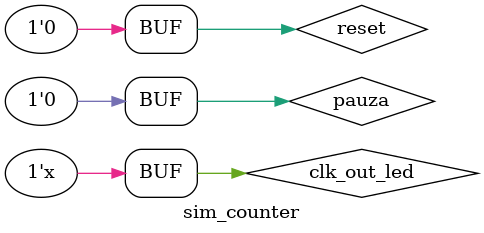
<source format=v>
`timescale 1ns / 1ps


module sim_counter();
    reg clk_out_led, reset, pauza;
    wire [5:0] valoare_bin;
    wire carry_out;
    counter counter1(clk_out_led, pauza, reset, valoare_bin, carry_out);
    initial begin
    clk_out_led = 0; reset = 1; pauza = 0;
    #100 reset = 0;
    end
    always
    #50 clk_out_led = !clk_out_led;
endmodule

</source>
